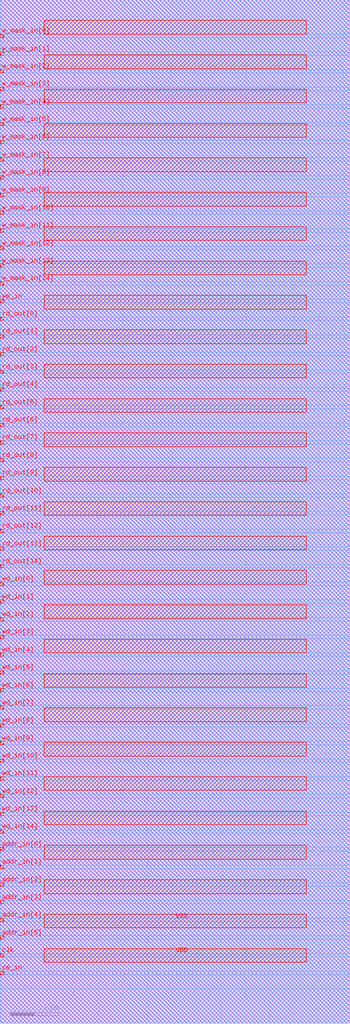
<source format=lef>
VERSION 5.7 ;
BUSBITCHARS "[]" ;
MACRO fakeram45_64x15
  FOREIGN fakeram45_64x15 0 0 ;
  SYMMETRY X Y R90 ;
  SIZE 14.274 BY 41.681 ;
  CLASS BLOCK ;
  PIN w_mask_in[0]
    DIRECTION INPUT ;
    USE SIGNAL ;
    SHAPE ABUTMENT ;
    PORT
      LAYER metal1 ;
      RECT 0.000 40.141 0.140 40.281 ;
      LAYER metal2 ;
      RECT 0.000 40.141 0.140 40.281 ;
      LAYER metal3 ;
      RECT 0.000 40.141 0.140 40.281 ;
      LAYER metal4 ;
      RECT 0.000 40.141 0.140 40.281 ;
      END
    END w_mask_in[0]
  PIN w_mask_in[1]
    DIRECTION INPUT ;
    USE SIGNAL ;
    SHAPE ABUTMENT ;
    PORT
      LAYER metal1 ;
      RECT 0.000 39.421 0.140 39.561 ;
      LAYER metal2 ;
      RECT 0.000 39.421 0.140 39.561 ;
      LAYER metal3 ;
      RECT 0.000 39.421 0.140 39.561 ;
      LAYER metal4 ;
      RECT 0.000 39.421 0.140 39.561 ;
      END
    END w_mask_in[1]
  PIN w_mask_in[2]
    DIRECTION INPUT ;
    USE SIGNAL ;
    SHAPE ABUTMENT ;
    PORT
      LAYER metal1 ;
      RECT 0.000 38.701 0.140 38.841 ;
      LAYER metal2 ;
      RECT 0.000 38.701 0.140 38.841 ;
      LAYER metal3 ;
      RECT 0.000 38.701 0.140 38.841 ;
      LAYER metal4 ;
      RECT 0.000 38.701 0.140 38.841 ;
      END
    END w_mask_in[2]
  PIN w_mask_in[3]
    DIRECTION INPUT ;
    USE SIGNAL ;
    SHAPE ABUTMENT ;
    PORT
      LAYER metal1 ;
      RECT 0.000 37.981 0.140 38.121 ;
      LAYER metal2 ;
      RECT 0.000 37.981 0.140 38.121 ;
      LAYER metal3 ;
      RECT 0.000 37.981 0.140 38.121 ;
      LAYER metal4 ;
      RECT 0.000 37.981 0.140 38.121 ;
      END
    END w_mask_in[3]
  PIN w_mask_in[4]
    DIRECTION INPUT ;
    USE SIGNAL ;
    SHAPE ABUTMENT ;
    PORT
      LAYER metal1 ;
      RECT 0.000 37.261 0.140 37.401 ;
      LAYER metal2 ;
      RECT 0.000 37.261 0.140 37.401 ;
      LAYER metal3 ;
      RECT 0.000 37.261 0.140 37.401 ;
      LAYER metal4 ;
      RECT 0.000 37.261 0.140 37.401 ;
      END
    END w_mask_in[4]
  PIN w_mask_in[5]
    DIRECTION INPUT ;
    USE SIGNAL ;
    SHAPE ABUTMENT ;
    PORT
      LAYER metal1 ;
      RECT 0.000 36.541 0.140 36.681 ;
      LAYER metal2 ;
      RECT 0.000 36.541 0.140 36.681 ;
      LAYER metal3 ;
      RECT 0.000 36.541 0.140 36.681 ;
      LAYER metal4 ;
      RECT 0.000 36.541 0.140 36.681 ;
      END
    END w_mask_in[5]
  PIN w_mask_in[6]
    DIRECTION INPUT ;
    USE SIGNAL ;
    SHAPE ABUTMENT ;
    PORT
      LAYER metal1 ;
      RECT 0.000 35.821 0.140 35.961 ;
      LAYER metal2 ;
      RECT 0.000 35.821 0.140 35.961 ;
      LAYER metal3 ;
      RECT 0.000 35.821 0.140 35.961 ;
      LAYER metal4 ;
      RECT 0.000 35.821 0.140 35.961 ;
      END
    END w_mask_in[6]
  PIN w_mask_in[7]
    DIRECTION INPUT ;
    USE SIGNAL ;
    SHAPE ABUTMENT ;
    PORT
      LAYER metal1 ;
      RECT 0.000 35.101 0.140 35.241 ;
      LAYER metal2 ;
      RECT 0.000 35.101 0.140 35.241 ;
      LAYER metal3 ;
      RECT 0.000 35.101 0.140 35.241 ;
      LAYER metal4 ;
      RECT 0.000 35.101 0.140 35.241 ;
      END
    END w_mask_in[7]
  PIN w_mask_in[8]
    DIRECTION INPUT ;
    USE SIGNAL ;
    SHAPE ABUTMENT ;
    PORT
      LAYER metal1 ;
      RECT 0.000 34.381 0.140 34.521 ;
      LAYER metal2 ;
      RECT 0.000 34.381 0.140 34.521 ;
      LAYER metal3 ;
      RECT 0.000 34.381 0.140 34.521 ;
      LAYER metal4 ;
      RECT 0.000 34.381 0.140 34.521 ;
      END
    END w_mask_in[8]
  PIN w_mask_in[9]
    DIRECTION INPUT ;
    USE SIGNAL ;
    SHAPE ABUTMENT ;
    PORT
      LAYER metal1 ;
      RECT 0.000 33.661 0.140 33.801 ;
      LAYER metal2 ;
      RECT 0.000 33.661 0.140 33.801 ;
      LAYER metal3 ;
      RECT 0.000 33.661 0.140 33.801 ;
      LAYER metal4 ;
      RECT 0.000 33.661 0.140 33.801 ;
      END
    END w_mask_in[9]
  PIN w_mask_in[10]
    DIRECTION INPUT ;
    USE SIGNAL ;
    SHAPE ABUTMENT ;
    PORT
      LAYER metal1 ;
      RECT 0.000 32.941 0.140 33.081 ;
      LAYER metal2 ;
      RECT 0.000 32.941 0.140 33.081 ;
      LAYER metal3 ;
      RECT 0.000 32.941 0.140 33.081 ;
      LAYER metal4 ;
      RECT 0.000 32.941 0.140 33.081 ;
      END
    END w_mask_in[10]
  PIN w_mask_in[11]
    DIRECTION INPUT ;
    USE SIGNAL ;
    SHAPE ABUTMENT ;
    PORT
      LAYER metal1 ;
      RECT 0.000 32.221 0.140 32.361 ;
      LAYER metal2 ;
      RECT 0.000 32.221 0.140 32.361 ;
      LAYER metal3 ;
      RECT 0.000 32.221 0.140 32.361 ;
      LAYER metal4 ;
      RECT 0.000 32.221 0.140 32.361 ;
      END
    END w_mask_in[11]
  PIN w_mask_in[12]
    DIRECTION INPUT ;
    USE SIGNAL ;
    SHAPE ABUTMENT ;
    PORT
      LAYER metal1 ;
      RECT 0.000 31.501 0.140 31.641 ;
      LAYER metal2 ;
      RECT 0.000 31.501 0.140 31.641 ;
      LAYER metal3 ;
      RECT 0.000 31.501 0.140 31.641 ;
      LAYER metal4 ;
      RECT 0.000 31.501 0.140 31.641 ;
      END
    END w_mask_in[12]
  PIN w_mask_in[13]
    DIRECTION INPUT ;
    USE SIGNAL ;
    SHAPE ABUTMENT ;
    PORT
      LAYER metal1 ;
      RECT 0.000 30.781 0.140 30.921 ;
      LAYER metal2 ;
      RECT 0.000 30.781 0.140 30.921 ;
      LAYER metal3 ;
      RECT 0.000 30.781 0.140 30.921 ;
      LAYER metal4 ;
      RECT 0.000 30.781 0.140 30.921 ;
      END
    END w_mask_in[13]
  PIN w_mask_in[14]
    DIRECTION INPUT ;
    USE SIGNAL ;
    SHAPE ABUTMENT ;
    PORT
      LAYER metal1 ;
      RECT 0.000 30.061 0.140 30.201 ;
      LAYER metal2 ;
      RECT 0.000 30.061 0.140 30.201 ;
      LAYER metal3 ;
      RECT 0.000 30.061 0.140 30.201 ;
      LAYER metal4 ;
      RECT 0.000 30.061 0.140 30.201 ;
      END
    END w_mask_in[14]
  PIN we_in
    DIRECTION INPUT ;
    USE SIGNAL ;
    SHAPE ABUTMENT ;
    PORT
      LAYER metal1 ;
      RECT 0.000 29.341 0.140 29.481 ;
      LAYER metal2 ;
      RECT 0.000 29.341 0.140 29.481 ;
      LAYER metal3 ;
      RECT 0.000 29.341 0.140 29.481 ;
      LAYER metal4 ;
      RECT 0.000 29.341 0.140 29.481 ;
      END
    END we_in
  PIN rd_out[0]
    DIRECTION OUTPUT ;
    USE SIGNAL ;
    SHAPE ABUTMENT ;
    PORT
      LAYER metal1 ;
      RECT 0.000 28.621 0.140 28.761 ;
      LAYER metal2 ;
      RECT 0.000 28.621 0.140 28.761 ;
      LAYER metal3 ;
      RECT 0.000 28.621 0.140 28.761 ;
      LAYER metal4 ;
      RECT 0.000 28.621 0.140 28.761 ;
      END
    END rd_out[0]
  PIN rd_out[1]
    DIRECTION OUTPUT ;
    USE SIGNAL ;
    SHAPE ABUTMENT ;
    PORT
      LAYER metal1 ;
      RECT 0.000 27.901 0.140 28.041 ;
      LAYER metal2 ;
      RECT 0.000 27.901 0.140 28.041 ;
      LAYER metal3 ;
      RECT 0.000 27.901 0.140 28.041 ;
      LAYER metal4 ;
      RECT 0.000 27.901 0.140 28.041 ;
      END
    END rd_out[1]
  PIN rd_out[2]
    DIRECTION OUTPUT ;
    USE SIGNAL ;
    SHAPE ABUTMENT ;
    PORT
      LAYER metal1 ;
      RECT 0.000 27.181 0.140 27.321 ;
      LAYER metal2 ;
      RECT 0.000 27.181 0.140 27.321 ;
      LAYER metal3 ;
      RECT 0.000 27.181 0.140 27.321 ;
      LAYER metal4 ;
      RECT 0.000 27.181 0.140 27.321 ;
      END
    END rd_out[2]
  PIN rd_out[3]
    DIRECTION OUTPUT ;
    USE SIGNAL ;
    SHAPE ABUTMENT ;
    PORT
      LAYER metal1 ;
      RECT 0.000 26.461 0.140 26.601 ;
      LAYER metal2 ;
      RECT 0.000 26.461 0.140 26.601 ;
      LAYER metal3 ;
      RECT 0.000 26.461 0.140 26.601 ;
      LAYER metal4 ;
      RECT 0.000 26.461 0.140 26.601 ;
      END
    END rd_out[3]
  PIN rd_out[4]
    DIRECTION OUTPUT ;
    USE SIGNAL ;
    SHAPE ABUTMENT ;
    PORT
      LAYER metal1 ;
      RECT 0.000 25.741 0.140 25.881 ;
      LAYER metal2 ;
      RECT 0.000 25.741 0.140 25.881 ;
      LAYER metal3 ;
      RECT 0.000 25.741 0.140 25.881 ;
      LAYER metal4 ;
      RECT 0.000 25.741 0.140 25.881 ;
      END
    END rd_out[4]
  PIN rd_out[5]
    DIRECTION OUTPUT ;
    USE SIGNAL ;
    SHAPE ABUTMENT ;
    PORT
      LAYER metal1 ;
      RECT 0.000 25.021 0.140 25.161 ;
      LAYER metal2 ;
      RECT 0.000 25.021 0.140 25.161 ;
      LAYER metal3 ;
      RECT 0.000 25.021 0.140 25.161 ;
      LAYER metal4 ;
      RECT 0.000 25.021 0.140 25.161 ;
      END
    END rd_out[5]
  PIN rd_out[6]
    DIRECTION OUTPUT ;
    USE SIGNAL ;
    SHAPE ABUTMENT ;
    PORT
      LAYER metal1 ;
      RECT 0.000 24.301 0.140 24.441 ;
      LAYER metal2 ;
      RECT 0.000 24.301 0.140 24.441 ;
      LAYER metal3 ;
      RECT 0.000 24.301 0.140 24.441 ;
      LAYER metal4 ;
      RECT 0.000 24.301 0.140 24.441 ;
      END
    END rd_out[6]
  PIN rd_out[7]
    DIRECTION OUTPUT ;
    USE SIGNAL ;
    SHAPE ABUTMENT ;
    PORT
      LAYER metal1 ;
      RECT 0.000 23.581 0.140 23.721 ;
      LAYER metal2 ;
      RECT 0.000 23.581 0.140 23.721 ;
      LAYER metal3 ;
      RECT 0.000 23.581 0.140 23.721 ;
      LAYER metal4 ;
      RECT 0.000 23.581 0.140 23.721 ;
      END
    END rd_out[7]
  PIN rd_out[8]
    DIRECTION OUTPUT ;
    USE SIGNAL ;
    SHAPE ABUTMENT ;
    PORT
      LAYER metal1 ;
      RECT 0.000 22.861 0.140 23.001 ;
      LAYER metal2 ;
      RECT 0.000 22.861 0.140 23.001 ;
      LAYER metal3 ;
      RECT 0.000 22.861 0.140 23.001 ;
      LAYER metal4 ;
      RECT 0.000 22.861 0.140 23.001 ;
      END
    END rd_out[8]
  PIN rd_out[9]
    DIRECTION OUTPUT ;
    USE SIGNAL ;
    SHAPE ABUTMENT ;
    PORT
      LAYER metal1 ;
      RECT 0.000 22.141 0.140 22.281 ;
      LAYER metal2 ;
      RECT 0.000 22.141 0.140 22.281 ;
      LAYER metal3 ;
      RECT 0.000 22.141 0.140 22.281 ;
      LAYER metal4 ;
      RECT 0.000 22.141 0.140 22.281 ;
      END
    END rd_out[9]
  PIN rd_out[10]
    DIRECTION OUTPUT ;
    USE SIGNAL ;
    SHAPE ABUTMENT ;
    PORT
      LAYER metal1 ;
      RECT 0.000 21.421 0.140 21.561 ;
      LAYER metal2 ;
      RECT 0.000 21.421 0.140 21.561 ;
      LAYER metal3 ;
      RECT 0.000 21.421 0.140 21.561 ;
      LAYER metal4 ;
      RECT 0.000 21.421 0.140 21.561 ;
      END
    END rd_out[10]
  PIN rd_out[11]
    DIRECTION OUTPUT ;
    USE SIGNAL ;
    SHAPE ABUTMENT ;
    PORT
      LAYER metal1 ;
      RECT 0.000 20.701 0.140 20.841 ;
      LAYER metal2 ;
      RECT 0.000 20.701 0.140 20.841 ;
      LAYER metal3 ;
      RECT 0.000 20.701 0.140 20.841 ;
      LAYER metal4 ;
      RECT 0.000 20.701 0.140 20.841 ;
      END
    END rd_out[11]
  PIN rd_out[12]
    DIRECTION OUTPUT ;
    USE SIGNAL ;
    SHAPE ABUTMENT ;
    PORT
      LAYER metal1 ;
      RECT 0.000 19.981 0.140 20.121 ;
      LAYER metal2 ;
      RECT 0.000 19.981 0.140 20.121 ;
      LAYER metal3 ;
      RECT 0.000 19.981 0.140 20.121 ;
      LAYER metal4 ;
      RECT 0.000 19.981 0.140 20.121 ;
      END
    END rd_out[12]
  PIN rd_out[13]
    DIRECTION OUTPUT ;
    USE SIGNAL ;
    SHAPE ABUTMENT ;
    PORT
      LAYER metal1 ;
      RECT 0.000 19.261 0.140 19.401 ;
      LAYER metal2 ;
      RECT 0.000 19.261 0.140 19.401 ;
      LAYER metal3 ;
      RECT 0.000 19.261 0.140 19.401 ;
      LAYER metal4 ;
      RECT 0.000 19.261 0.140 19.401 ;
      END
    END rd_out[13]
  PIN rd_out[14]
    DIRECTION OUTPUT ;
    USE SIGNAL ;
    SHAPE ABUTMENT ;
    PORT
      LAYER metal1 ;
      RECT 0.000 18.541 0.140 18.681 ;
      LAYER metal2 ;
      RECT 0.000 18.541 0.140 18.681 ;
      LAYER metal3 ;
      RECT 0.000 18.541 0.140 18.681 ;
      LAYER metal4 ;
      RECT 0.000 18.541 0.140 18.681 ;
      END
    END rd_out[14]
  PIN wd_in[0]
    DIRECTION INPUT ;
    USE SIGNAL ;
    SHAPE ABUTMENT ;
    PORT
      LAYER metal1 ;
      RECT 0.000 17.820 0.140 17.960 ;
      LAYER metal2 ;
      RECT 0.000 17.820 0.140 17.960 ;
      LAYER metal3 ;
      RECT 0.000 17.820 0.140 17.960 ;
      LAYER metal4 ;
      RECT 0.000 17.820 0.140 17.960 ;
      END
    END wd_in[0]
  PIN wd_in[1]
    DIRECTION INPUT ;
    USE SIGNAL ;
    SHAPE ABUTMENT ;
    PORT
      LAYER metal1 ;
      RECT 0.000 17.100 0.140 17.240 ;
      LAYER metal2 ;
      RECT 0.000 17.100 0.140 17.240 ;
      LAYER metal3 ;
      RECT 0.000 17.100 0.140 17.240 ;
      LAYER metal4 ;
      RECT 0.000 17.100 0.140 17.240 ;
      END
    END wd_in[1]
  PIN wd_in[2]
    DIRECTION INPUT ;
    USE SIGNAL ;
    SHAPE ABUTMENT ;
    PORT
      LAYER metal1 ;
      RECT 0.000 16.380 0.140 16.520 ;
      LAYER metal2 ;
      RECT 0.000 16.380 0.140 16.520 ;
      LAYER metal3 ;
      RECT 0.000 16.380 0.140 16.520 ;
      LAYER metal4 ;
      RECT 0.000 16.380 0.140 16.520 ;
      END
    END wd_in[2]
  PIN wd_in[3]
    DIRECTION INPUT ;
    USE SIGNAL ;
    SHAPE ABUTMENT ;
    PORT
      LAYER metal1 ;
      RECT 0.000 15.660 0.140 15.800 ;
      LAYER metal2 ;
      RECT 0.000 15.660 0.140 15.800 ;
      LAYER metal3 ;
      RECT 0.000 15.660 0.140 15.800 ;
      LAYER metal4 ;
      RECT 0.000 15.660 0.140 15.800 ;
      END
    END wd_in[3]
  PIN wd_in[4]
    DIRECTION INPUT ;
    USE SIGNAL ;
    SHAPE ABUTMENT ;
    PORT
      LAYER metal1 ;
      RECT 0.000 14.940 0.140 15.080 ;
      LAYER metal2 ;
      RECT 0.000 14.940 0.140 15.080 ;
      LAYER metal3 ;
      RECT 0.000 14.940 0.140 15.080 ;
      LAYER metal4 ;
      RECT 0.000 14.940 0.140 15.080 ;
      END
    END wd_in[4]
  PIN wd_in[5]
    DIRECTION INPUT ;
    USE SIGNAL ;
    SHAPE ABUTMENT ;
    PORT
      LAYER metal1 ;
      RECT 0.000 14.220 0.140 14.360 ;
      LAYER metal2 ;
      RECT 0.000 14.220 0.140 14.360 ;
      LAYER metal3 ;
      RECT 0.000 14.220 0.140 14.360 ;
      LAYER metal4 ;
      RECT 0.000 14.220 0.140 14.360 ;
      END
    END wd_in[5]
  PIN wd_in[6]
    DIRECTION INPUT ;
    USE SIGNAL ;
    SHAPE ABUTMENT ;
    PORT
      LAYER metal1 ;
      RECT 0.000 13.500 0.140 13.640 ;
      LAYER metal2 ;
      RECT 0.000 13.500 0.140 13.640 ;
      LAYER metal3 ;
      RECT 0.000 13.500 0.140 13.640 ;
      LAYER metal4 ;
      RECT 0.000 13.500 0.140 13.640 ;
      END
    END wd_in[6]
  PIN wd_in[7]
    DIRECTION INPUT ;
    USE SIGNAL ;
    SHAPE ABUTMENT ;
    PORT
      LAYER metal1 ;
      RECT 0.000 12.780 0.140 12.920 ;
      LAYER metal2 ;
      RECT 0.000 12.780 0.140 12.920 ;
      LAYER metal3 ;
      RECT 0.000 12.780 0.140 12.920 ;
      LAYER metal4 ;
      RECT 0.000 12.780 0.140 12.920 ;
      END
    END wd_in[7]
  PIN wd_in[8]
    DIRECTION INPUT ;
    USE SIGNAL ;
    SHAPE ABUTMENT ;
    PORT
      LAYER metal1 ;
      RECT 0.000 12.060 0.140 12.200 ;
      LAYER metal2 ;
      RECT 0.000 12.060 0.140 12.200 ;
      LAYER metal3 ;
      RECT 0.000 12.060 0.140 12.200 ;
      LAYER metal4 ;
      RECT 0.000 12.060 0.140 12.200 ;
      END
    END wd_in[8]
  PIN wd_in[9]
    DIRECTION INPUT ;
    USE SIGNAL ;
    SHAPE ABUTMENT ;
    PORT
      LAYER metal1 ;
      RECT 0.000 11.340 0.140 11.480 ;
      LAYER metal2 ;
      RECT 0.000 11.340 0.140 11.480 ;
      LAYER metal3 ;
      RECT 0.000 11.340 0.140 11.480 ;
      LAYER metal4 ;
      RECT 0.000 11.340 0.140 11.480 ;
      END
    END wd_in[9]
  PIN wd_in[10]
    DIRECTION INPUT ;
    USE SIGNAL ;
    SHAPE ABUTMENT ;
    PORT
      LAYER metal1 ;
      RECT 0.000 10.620 0.140 10.760 ;
      LAYER metal2 ;
      RECT 0.000 10.620 0.140 10.760 ;
      LAYER metal3 ;
      RECT 0.000 10.620 0.140 10.760 ;
      LAYER metal4 ;
      RECT 0.000 10.620 0.140 10.760 ;
      END
    END wd_in[10]
  PIN wd_in[11]
    DIRECTION INPUT ;
    USE SIGNAL ;
    SHAPE ABUTMENT ;
    PORT
      LAYER metal1 ;
      RECT 0.000 9.900 0.140 10.040 ;
      LAYER metal2 ;
      RECT 0.000 9.900 0.140 10.040 ;
      LAYER metal3 ;
      RECT 0.000 9.900 0.140 10.040 ;
      LAYER metal4 ;
      RECT 0.000 9.900 0.140 10.040 ;
      END
    END wd_in[11]
  PIN wd_in[12]
    DIRECTION INPUT ;
    USE SIGNAL ;
    SHAPE ABUTMENT ;
    PORT
      LAYER metal1 ;
      RECT 0.000 9.180 0.140 9.320 ;
      LAYER metal2 ;
      RECT 0.000 9.180 0.140 9.320 ;
      LAYER metal3 ;
      RECT 0.000 9.180 0.140 9.320 ;
      LAYER metal4 ;
      RECT 0.000 9.180 0.140 9.320 ;
      END
    END wd_in[12]
  PIN wd_in[13]
    DIRECTION INPUT ;
    USE SIGNAL ;
    SHAPE ABUTMENT ;
    PORT
      LAYER metal1 ;
      RECT 0.000 8.460 0.140 8.600 ;
      LAYER metal2 ;
      RECT 0.000 8.460 0.140 8.600 ;
      LAYER metal3 ;
      RECT 0.000 8.460 0.140 8.600 ;
      LAYER metal4 ;
      RECT 0.000 8.460 0.140 8.600 ;
      END
    END wd_in[13]
  PIN wd_in[14]
    DIRECTION INPUT ;
    USE SIGNAL ;
    SHAPE ABUTMENT ;
    PORT
      LAYER metal1 ;
      RECT 0.000 7.740 0.140 7.880 ;
      LAYER metal2 ;
      RECT 0.000 7.740 0.140 7.880 ;
      LAYER metal3 ;
      RECT 0.000 7.740 0.140 7.880 ;
      LAYER metal4 ;
      RECT 0.000 7.740 0.140 7.880 ;
      END
    END wd_in[14]
  PIN addr_in[0]
    DIRECTION INPUT ;
    USE SIGNAL ;
    SHAPE ABUTMENT ;
    PORT
      LAYER metal1 ;
      RECT 0.000 7.020 0.140 7.160 ;
      LAYER metal2 ;
      RECT 0.000 7.020 0.140 7.160 ;
      LAYER metal3 ;
      RECT 0.000 7.020 0.140 7.160 ;
      LAYER metal4 ;
      RECT 0.000 7.020 0.140 7.160 ;
      END
    END addr_in[0]
  PIN addr_in[1]
    DIRECTION INPUT ;
    USE SIGNAL ;
    SHAPE ABUTMENT ;
    PORT
      LAYER metal1 ;
      RECT 0.000 6.300 0.140 6.440 ;
      LAYER metal2 ;
      RECT 0.000 6.300 0.140 6.440 ;
      LAYER metal3 ;
      RECT 0.000 6.300 0.140 6.440 ;
      LAYER metal4 ;
      RECT 0.000 6.300 0.140 6.440 ;
      END
    END addr_in[1]
  PIN addr_in[2]
    DIRECTION INPUT ;
    USE SIGNAL ;
    SHAPE ABUTMENT ;
    PORT
      LAYER metal1 ;
      RECT 0.000 5.580 0.140 5.720 ;
      LAYER metal2 ;
      RECT 0.000 5.580 0.140 5.720 ;
      LAYER metal3 ;
      RECT 0.000 5.580 0.140 5.720 ;
      LAYER metal4 ;
      RECT 0.000 5.580 0.140 5.720 ;
      END
    END addr_in[2]
  PIN addr_in[3]
    DIRECTION INPUT ;
    USE SIGNAL ;
    SHAPE ABUTMENT ;
    PORT
      LAYER metal1 ;
      RECT 0.000 4.860 0.140 5.000 ;
      LAYER metal2 ;
      RECT 0.000 4.860 0.140 5.000 ;
      LAYER metal3 ;
      RECT 0.000 4.860 0.140 5.000 ;
      LAYER metal4 ;
      RECT 0.000 4.860 0.140 5.000 ;
      END
    END addr_in[3]
  PIN addr_in[4]
    DIRECTION INPUT ;
    USE SIGNAL ;
    SHAPE ABUTMENT ;
    PORT
      LAYER metal1 ;
      RECT 0.000 4.140 0.140 4.280 ;
      LAYER metal2 ;
      RECT 0.000 4.140 0.140 4.280 ;
      LAYER metal3 ;
      RECT 0.000 4.140 0.140 4.280 ;
      LAYER metal4 ;
      RECT 0.000 4.140 0.140 4.280 ;
      END
    END addr_in[4]
  PIN addr_in[5]
    DIRECTION INPUT ;
    USE SIGNAL ;
    SHAPE ABUTMENT ;
    PORT
      LAYER metal1 ;
      RECT 0.000 3.420 0.140 3.560 ;
      LAYER metal2 ;
      RECT 0.000 3.420 0.140 3.560 ;
      LAYER metal3 ;
      RECT 0.000 3.420 0.140 3.560 ;
      LAYER metal4 ;
      RECT 0.000 3.420 0.140 3.560 ;
      END
    END addr_in[5]
  PIN clk
    DIRECTION INPUT ;
    USE SIGNAL ;
    SHAPE ABUTMENT ;
    PORT
      LAYER metal1 ;
      RECT 0.000 2.700 0.140 2.840 ;
      LAYER metal2 ;
      RECT 0.000 2.700 0.140 2.840 ;
      LAYER metal3 ;
      RECT 0.000 2.700 0.140 2.840 ;
      LAYER metal4 ;
      RECT 0.000 2.700 0.140 2.840 ;
      END
    END clk
  PIN ce_in
    DIRECTION INPUT ;
    USE SIGNAL ;
    SHAPE ABUTMENT ;
    PORT
      LAYER metal1 ;
      RECT 0.000 1.980 0.140 2.120 ;
      LAYER metal2 ;
      RECT 0.000 1.980 0.140 2.120 ;
      LAYER metal3 ;
      RECT 0.000 1.980 0.140 2.120 ;
      LAYER metal4 ;
      RECT 0.000 1.980 0.140 2.120 ;
      END
    END ce_in
  PIN VSS
    DIRECTION INOUT ;
    USE GROUND ;
    PORT
      LAYER metal4 ;
      RECT 1.784 40.281 12.490 40.841 ;
      RECT 1.784 37.481 12.490 38.041 ;
      RECT 1.784 34.681 12.490 35.241 ;
      RECT 1.784 31.881 12.490 32.441 ;
      RECT 1.784 29.081 12.490 29.641 ;
      RECT 1.784 26.281 12.490 26.841 ;
      RECT 1.784 23.481 12.490 24.041 ;
      RECT 1.784 20.681 12.490 21.241 ;
      RECT 1.784 17.881 12.490 18.441 ;
      RECT 1.784 15.081 12.490 15.641 ;
      RECT 1.784 12.281 12.490 12.841 ;
      RECT 1.784 9.481 12.490 10.041 ;
      RECT 1.784 6.681 12.490 7.241 ;
      RECT 1.784 3.881 12.490 4.441 ;
      END
    END VSS
  PIN VDD
    DIRECTION INOUT ;
    USE POWER ;
    PORT
      LAYER metal4 ;
      RECT 1.784 38.881 12.490 39.441 ;
      RECT 1.784 36.081 12.490 36.641 ;
      RECT 1.784 33.281 12.490 33.841 ;
      RECT 1.784 30.481 12.490 31.041 ;
      RECT 1.784 27.681 12.490 28.241 ;
      RECT 1.784 24.881 12.490 25.441 ;
      RECT 1.784 22.081 12.490 22.641 ;
      RECT 1.784 19.281 12.490 19.841 ;
      RECT 1.784 16.481 12.490 17.041 ;
      RECT 1.784 13.681 12.490 14.241 ;
      RECT 1.784 10.881 12.490 11.441 ;
      RECT 1.784 8.081 12.490 8.641 ;
      RECT 1.784 5.281 12.490 5.841 ;
      RECT 1.784 2.481 12.490 3.041 ;
      END
    END VDD
  OBS
    LAYER metal1 ;
    RECT 0.000 41.681 14.274 40.281 ;
    RECT 0.140 40.281 14.274 40.141 ;
    RECT 0.000 40.141 14.274 39.561 ;
    RECT 0.140 39.561 14.274 39.421 ;
    RECT 0.000 39.421 14.274 38.841 ;
    RECT 0.140 38.841 14.274 38.701 ;
    RECT 0.000 38.701 14.274 38.121 ;
    RECT 0.140 38.121 14.274 37.981 ;
    RECT 0.000 37.981 14.274 37.401 ;
    RECT 0.140 37.401 14.274 37.261 ;
    RECT 0.000 37.261 14.274 36.681 ;
    RECT 0.140 36.681 14.274 36.541 ;
    RECT 0.000 36.541 14.274 35.961 ;
    RECT 0.140 35.961 14.274 35.821 ;
    RECT 0.000 35.821 14.274 35.241 ;
    RECT 0.140 35.241 14.274 35.101 ;
    RECT 0.000 35.101 14.274 34.521 ;
    RECT 0.140 34.521 14.274 34.381 ;
    RECT 0.000 34.381 14.274 33.801 ;
    RECT 0.140 33.801 14.274 33.661 ;
    RECT 0.000 33.661 14.274 33.081 ;
    RECT 0.140 33.081 14.274 32.941 ;
    RECT 0.000 32.941 14.274 32.361 ;
    RECT 0.140 32.361 14.274 32.221 ;
    RECT 0.000 32.221 14.274 31.641 ;
    RECT 0.140 31.641 14.274 31.501 ;
    RECT 0.000 31.501 14.274 30.921 ;
    RECT 0.140 30.921 14.274 30.781 ;
    RECT 0.000 30.781 14.274 30.201 ;
    RECT 0.140 30.201 14.274 30.061 ;
    RECT 0.000 30.061 14.274 29.481 ;
    RECT 0.140 29.481 14.274 29.341 ;
    RECT 0.000 29.341 14.274 28.761 ;
    RECT 0.140 28.761 14.274 28.621 ;
    RECT 0.000 28.621 14.274 28.041 ;
    RECT 0.140 28.041 14.274 27.901 ;
    RECT 0.000 27.901 14.274 27.321 ;
    RECT 0.140 27.321 14.274 27.181 ;
    RECT 0.000 27.181 14.274 26.601 ;
    RECT 0.140 26.601 14.274 26.461 ;
    RECT 0.000 26.461 14.274 25.881 ;
    RECT 0.140 25.881 14.274 25.741 ;
    RECT 0.000 25.741 14.274 25.161 ;
    RECT 0.140 25.161 14.274 25.021 ;
    RECT 0.000 25.021 14.274 24.441 ;
    RECT 0.140 24.441 14.274 24.301 ;
    RECT 0.000 24.301 14.274 23.721 ;
    RECT 0.140 23.721 14.274 23.581 ;
    RECT 0.000 23.581 14.274 23.001 ;
    RECT 0.140 23.001 14.274 22.861 ;
    RECT 0.000 22.861 14.274 22.281 ;
    RECT 0.140 22.281 14.274 22.141 ;
    RECT 0.000 22.141 14.274 21.561 ;
    RECT 0.140 21.561 14.274 21.421 ;
    RECT 0.000 21.421 14.274 20.841 ;
    RECT 0.140 20.841 14.274 20.701 ;
    RECT 0.000 20.701 14.274 20.121 ;
    RECT 0.140 20.121 14.274 19.981 ;
    RECT 0.000 19.981 14.274 19.401 ;
    RECT 0.140 19.401 14.274 19.261 ;
    RECT 0.000 19.261 14.274 18.681 ;
    RECT 0.140 18.681 14.274 18.541 ;
    RECT 0.000 18.541 14.274 17.960 ;
    RECT 0.140 17.960 14.274 17.820 ;
    RECT 0.000 17.820 14.274 17.240 ;
    RECT 0.140 17.240 14.274 17.100 ;
    RECT 0.000 17.100 14.274 16.520 ;
    RECT 0.140 16.520 14.274 16.380 ;
    RECT 0.000 16.380 14.274 15.800 ;
    RECT 0.140 15.800 14.274 15.660 ;
    RECT 0.000 15.660 14.274 15.080 ;
    RECT 0.140 15.080 14.274 14.940 ;
    RECT 0.000 14.940 14.274 14.360 ;
    RECT 0.140 14.360 14.274 14.220 ;
    RECT 0.000 14.220 14.274 13.640 ;
    RECT 0.140 13.640 14.274 13.500 ;
    RECT 0.000 13.500 14.274 12.920 ;
    RECT 0.140 12.920 14.274 12.780 ;
    RECT 0.000 12.780 14.274 12.200 ;
    RECT 0.140 12.200 14.274 12.060 ;
    RECT 0.000 12.060 14.274 11.480 ;
    RECT 0.140 11.480 14.274 11.340 ;
    RECT 0.000 11.340 14.274 10.760 ;
    RECT 0.140 10.760 14.274 10.620 ;
    RECT 0.000 10.620 14.274 10.040 ;
    RECT 0.140 10.040 14.274 9.900 ;
    RECT 0.000 9.900 14.274 9.320 ;
    RECT 0.140 9.320 14.274 9.180 ;
    RECT 0.000 9.180 14.274 8.600 ;
    RECT 0.140 8.600 14.274 8.460 ;
    RECT 0.000 8.460 14.274 7.880 ;
    RECT 0.140 7.880 14.274 7.740 ;
    RECT 0.000 7.740 14.274 7.160 ;
    RECT 0.140 7.160 14.274 7.020 ;
    RECT 0.000 7.020 14.274 6.440 ;
    RECT 0.140 6.440 14.274 6.300 ;
    RECT 0.000 6.300 14.274 5.720 ;
    RECT 0.140 5.720 14.274 5.580 ;
    RECT 0.000 5.580 14.274 5.000 ;
    RECT 0.140 5.000 14.274 4.860 ;
    RECT 0.000 4.860 14.274 4.280 ;
    RECT 0.140 4.280 14.274 4.140 ;
    RECT 0.000 4.140 14.274 3.560 ;
    RECT 0.140 3.560 14.274 3.420 ;
    RECT 0.000 3.420 14.274 2.840 ;
    RECT 0.140 2.840 14.274 2.700 ;
    RECT 0.000 2.700 14.274 2.120 ;
    RECT 0.140 2.120 14.274 1.980 ;
    RECT 0.000 1.980 14.274 1.400 ;
    RECT 0.000 1.400 14.274 0.000 ;
    LAYER metal2 ;
    RECT 0.000 41.681 14.274 40.281 ;
    RECT 0.140 40.281 14.274 40.141 ;
    RECT 0.000 40.141 14.274 39.561 ;
    RECT 0.140 39.561 14.274 39.421 ;
    RECT 0.000 39.421 14.274 38.841 ;
    RECT 0.140 38.841 14.274 38.701 ;
    RECT 0.000 38.701 14.274 38.121 ;
    RECT 0.140 38.121 14.274 37.981 ;
    RECT 0.000 37.981 14.274 37.401 ;
    RECT 0.140 37.401 14.274 37.261 ;
    RECT 0.000 37.261 14.274 36.681 ;
    RECT 0.140 36.681 14.274 36.541 ;
    RECT 0.000 36.541 14.274 35.961 ;
    RECT 0.140 35.961 14.274 35.821 ;
    RECT 0.000 35.821 14.274 35.241 ;
    RECT 0.140 35.241 14.274 35.101 ;
    RECT 0.000 35.101 14.274 34.521 ;
    RECT 0.140 34.521 14.274 34.381 ;
    RECT 0.000 34.381 14.274 33.801 ;
    RECT 0.140 33.801 14.274 33.661 ;
    RECT 0.000 33.661 14.274 33.081 ;
    RECT 0.140 33.081 14.274 32.941 ;
    RECT 0.000 32.941 14.274 32.361 ;
    RECT 0.140 32.361 14.274 32.221 ;
    RECT 0.000 32.221 14.274 31.641 ;
    RECT 0.140 31.641 14.274 31.501 ;
    RECT 0.000 31.501 14.274 30.921 ;
    RECT 0.140 30.921 14.274 30.781 ;
    RECT 0.000 30.781 14.274 30.201 ;
    RECT 0.140 30.201 14.274 30.061 ;
    RECT 0.000 30.061 14.274 29.481 ;
    RECT 0.140 29.481 14.274 29.341 ;
    RECT 0.000 29.341 14.274 28.761 ;
    RECT 0.140 28.761 14.274 28.621 ;
    RECT 0.000 28.621 14.274 28.041 ;
    RECT 0.140 28.041 14.274 27.901 ;
    RECT 0.000 27.901 14.274 27.321 ;
    RECT 0.140 27.321 14.274 27.181 ;
    RECT 0.000 27.181 14.274 26.601 ;
    RECT 0.140 26.601 14.274 26.461 ;
    RECT 0.000 26.461 14.274 25.881 ;
    RECT 0.140 25.881 14.274 25.741 ;
    RECT 0.000 25.741 14.274 25.161 ;
    RECT 0.140 25.161 14.274 25.021 ;
    RECT 0.000 25.021 14.274 24.441 ;
    RECT 0.140 24.441 14.274 24.301 ;
    RECT 0.000 24.301 14.274 23.721 ;
    RECT 0.140 23.721 14.274 23.581 ;
    RECT 0.000 23.581 14.274 23.001 ;
    RECT 0.140 23.001 14.274 22.861 ;
    RECT 0.000 22.861 14.274 22.281 ;
    RECT 0.140 22.281 14.274 22.141 ;
    RECT 0.000 22.141 14.274 21.561 ;
    RECT 0.140 21.561 14.274 21.421 ;
    RECT 0.000 21.421 14.274 20.841 ;
    RECT 0.140 20.841 14.274 20.701 ;
    RECT 0.000 20.701 14.274 20.121 ;
    RECT 0.140 20.121 14.274 19.981 ;
    RECT 0.000 19.981 14.274 19.401 ;
    RECT 0.140 19.401 14.274 19.261 ;
    RECT 0.000 19.261 14.274 18.681 ;
    RECT 0.140 18.681 14.274 18.541 ;
    RECT 0.000 18.541 14.274 17.960 ;
    RECT 0.140 17.960 14.274 17.820 ;
    RECT 0.000 17.820 14.274 17.240 ;
    RECT 0.140 17.240 14.274 17.100 ;
    RECT 0.000 17.100 14.274 16.520 ;
    RECT 0.140 16.520 14.274 16.380 ;
    RECT 0.000 16.380 14.274 15.800 ;
    RECT 0.140 15.800 14.274 15.660 ;
    RECT 0.000 15.660 14.274 15.080 ;
    RECT 0.140 15.080 14.274 14.940 ;
    RECT 0.000 14.940 14.274 14.360 ;
    RECT 0.140 14.360 14.274 14.220 ;
    RECT 0.000 14.220 14.274 13.640 ;
    RECT 0.140 13.640 14.274 13.500 ;
    RECT 0.000 13.500 14.274 12.920 ;
    RECT 0.140 12.920 14.274 12.780 ;
    RECT 0.000 12.780 14.274 12.200 ;
    RECT 0.140 12.200 14.274 12.060 ;
    RECT 0.000 12.060 14.274 11.480 ;
    RECT 0.140 11.480 14.274 11.340 ;
    RECT 0.000 11.340 14.274 10.760 ;
    RECT 0.140 10.760 14.274 10.620 ;
    RECT 0.000 10.620 14.274 10.040 ;
    RECT 0.140 10.040 14.274 9.900 ;
    RECT 0.000 9.900 14.274 9.320 ;
    RECT 0.140 9.320 14.274 9.180 ;
    RECT 0.000 9.180 14.274 8.600 ;
    RECT 0.140 8.600 14.274 8.460 ;
    RECT 0.000 8.460 14.274 7.880 ;
    RECT 0.140 7.880 14.274 7.740 ;
    RECT 0.000 7.740 14.274 7.160 ;
    RECT 0.140 7.160 14.274 7.020 ;
    RECT 0.000 7.020 14.274 6.440 ;
    RECT 0.140 6.440 14.274 6.300 ;
    RECT 0.000 6.300 14.274 5.720 ;
    RECT 0.140 5.720 14.274 5.580 ;
    RECT 0.000 5.580 14.274 5.000 ;
    RECT 0.140 5.000 14.274 4.860 ;
    RECT 0.000 4.860 14.274 4.280 ;
    RECT 0.140 4.280 14.274 4.140 ;
    RECT 0.000 4.140 14.274 3.560 ;
    RECT 0.140 3.560 14.274 3.420 ;
    RECT 0.000 3.420 14.274 2.840 ;
    RECT 0.140 2.840 14.274 2.700 ;
    RECT 0.000 2.700 14.274 2.120 ;
    RECT 0.140 2.120 14.274 1.980 ;
    RECT 0.000 1.980 14.274 1.400 ;
    RECT 0.000 1.400 14.274 0.000 ;
    LAYER metal3 ;
    RECT 0.000 41.681 14.274 40.281 ;
    RECT 0.140 40.281 14.274 40.141 ;
    RECT 0.000 40.141 14.274 39.561 ;
    RECT 0.140 39.561 14.274 39.421 ;
    RECT 0.000 39.421 14.274 38.841 ;
    RECT 0.140 38.841 14.274 38.701 ;
    RECT 0.000 38.701 14.274 38.121 ;
    RECT 0.140 38.121 14.274 37.981 ;
    RECT 0.000 37.981 14.274 37.401 ;
    RECT 0.140 37.401 14.274 37.261 ;
    RECT 0.000 37.261 14.274 36.681 ;
    RECT 0.140 36.681 14.274 36.541 ;
    RECT 0.000 36.541 14.274 35.961 ;
    RECT 0.140 35.961 14.274 35.821 ;
    RECT 0.000 35.821 14.274 35.241 ;
    RECT 0.140 35.241 14.274 35.101 ;
    RECT 0.000 35.101 14.274 34.521 ;
    RECT 0.140 34.521 14.274 34.381 ;
    RECT 0.000 34.381 14.274 33.801 ;
    RECT 0.140 33.801 14.274 33.661 ;
    RECT 0.000 33.661 14.274 33.081 ;
    RECT 0.140 33.081 14.274 32.941 ;
    RECT 0.000 32.941 14.274 32.361 ;
    RECT 0.140 32.361 14.274 32.221 ;
    RECT 0.000 32.221 14.274 31.641 ;
    RECT 0.140 31.641 14.274 31.501 ;
    RECT 0.000 31.501 14.274 30.921 ;
    RECT 0.140 30.921 14.274 30.781 ;
    RECT 0.000 30.781 14.274 30.201 ;
    RECT 0.140 30.201 14.274 30.061 ;
    RECT 0.000 30.061 14.274 29.481 ;
    RECT 0.140 29.481 14.274 29.341 ;
    RECT 0.000 29.341 14.274 28.761 ;
    RECT 0.140 28.761 14.274 28.621 ;
    RECT 0.000 28.621 14.274 28.041 ;
    RECT 0.140 28.041 14.274 27.901 ;
    RECT 0.000 27.901 14.274 27.321 ;
    RECT 0.140 27.321 14.274 27.181 ;
    RECT 0.000 27.181 14.274 26.601 ;
    RECT 0.140 26.601 14.274 26.461 ;
    RECT 0.000 26.461 14.274 25.881 ;
    RECT 0.140 25.881 14.274 25.741 ;
    RECT 0.000 25.741 14.274 25.161 ;
    RECT 0.140 25.161 14.274 25.021 ;
    RECT 0.000 25.021 14.274 24.441 ;
    RECT 0.140 24.441 14.274 24.301 ;
    RECT 0.000 24.301 14.274 23.721 ;
    RECT 0.140 23.721 14.274 23.581 ;
    RECT 0.000 23.581 14.274 23.001 ;
    RECT 0.140 23.001 14.274 22.861 ;
    RECT 0.000 22.861 14.274 22.281 ;
    RECT 0.140 22.281 14.274 22.141 ;
    RECT 0.000 22.141 14.274 21.561 ;
    RECT 0.140 21.561 14.274 21.421 ;
    RECT 0.000 21.421 14.274 20.841 ;
    RECT 0.140 20.841 14.274 20.701 ;
    RECT 0.000 20.701 14.274 20.121 ;
    RECT 0.140 20.121 14.274 19.981 ;
    RECT 0.000 19.981 14.274 19.401 ;
    RECT 0.140 19.401 14.274 19.261 ;
    RECT 0.000 19.261 14.274 18.681 ;
    RECT 0.140 18.681 14.274 18.541 ;
    RECT 0.000 18.541 14.274 17.960 ;
    RECT 0.140 17.960 14.274 17.820 ;
    RECT 0.000 17.820 14.274 17.240 ;
    RECT 0.140 17.240 14.274 17.100 ;
    RECT 0.000 17.100 14.274 16.520 ;
    RECT 0.140 16.520 14.274 16.380 ;
    RECT 0.000 16.380 14.274 15.800 ;
    RECT 0.140 15.800 14.274 15.660 ;
    RECT 0.000 15.660 14.274 15.080 ;
    RECT 0.140 15.080 14.274 14.940 ;
    RECT 0.000 14.940 14.274 14.360 ;
    RECT 0.140 14.360 14.274 14.220 ;
    RECT 0.000 14.220 14.274 13.640 ;
    RECT 0.140 13.640 14.274 13.500 ;
    RECT 0.000 13.500 14.274 12.920 ;
    RECT 0.140 12.920 14.274 12.780 ;
    RECT 0.000 12.780 14.274 12.200 ;
    RECT 0.140 12.200 14.274 12.060 ;
    RECT 0.000 12.060 14.274 11.480 ;
    RECT 0.140 11.480 14.274 11.340 ;
    RECT 0.000 11.340 14.274 10.760 ;
    RECT 0.140 10.760 14.274 10.620 ;
    RECT 0.000 10.620 14.274 10.040 ;
    RECT 0.140 10.040 14.274 9.900 ;
    RECT 0.000 9.900 14.274 9.320 ;
    RECT 0.140 9.320 14.274 9.180 ;
    RECT 0.000 9.180 14.274 8.600 ;
    RECT 0.140 8.600 14.274 8.460 ;
    RECT 0.000 8.460 14.274 7.880 ;
    RECT 0.140 7.880 14.274 7.740 ;
    RECT 0.000 7.740 14.274 7.160 ;
    RECT 0.140 7.160 14.274 7.020 ;
    RECT 0.000 7.020 14.274 6.440 ;
    RECT 0.140 6.440 14.274 6.300 ;
    RECT 0.000 6.300 14.274 5.720 ;
    RECT 0.140 5.720 14.274 5.580 ;
    RECT 0.000 5.580 14.274 5.000 ;
    RECT 0.140 5.000 14.274 4.860 ;
    RECT 0.000 4.860 14.274 4.280 ;
    RECT 0.140 4.280 14.274 4.140 ;
    RECT 0.000 4.140 14.274 3.560 ;
    RECT 0.140 3.560 14.274 3.420 ;
    RECT 0.000 3.420 14.274 2.840 ;
    RECT 0.140 2.840 14.274 2.700 ;
    RECT 0.000 2.700 14.274 2.120 ;
    RECT 0.140 2.120 14.274 1.980 ;
    RECT 0.000 1.980 14.274 1.400 ;
    RECT 0.000 1.400 14.274 0.000 ;
    LAYER OVERLAP ;
    RECT 0 0 14.274 41.681 ;
    END
  END fakeram45_64x15

END LIBRARY

</source>
